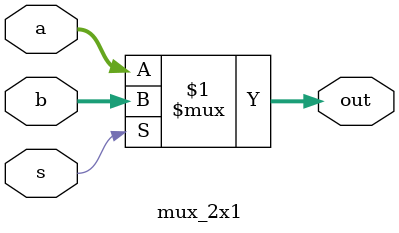
<source format=sv>
module mux_2x1(
    input logic [31:0]a,b,
    input s,
    output logic [31:0]out
);

assign out = (s)?b:a;
    
endmodule
</source>
